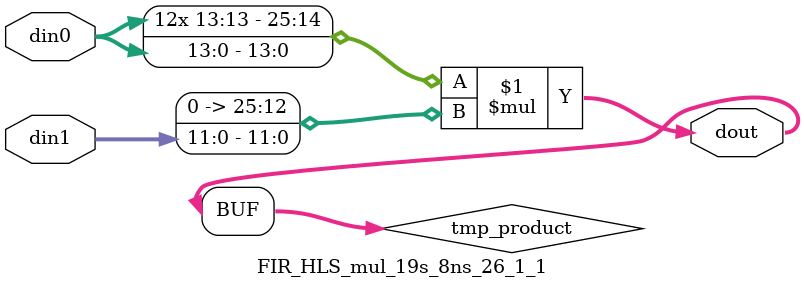
<source format=v>

`timescale 1 ns / 1 ps

 module FIR_HLS_mul_19s_8ns_26_1_1(din0, din1, dout);
parameter ID = 1;
parameter NUM_STAGE = 0;
parameter din0_WIDTH = 14;
parameter din1_WIDTH = 12;
parameter dout_WIDTH = 26;

input [din0_WIDTH - 1 : 0] din0; 
input [din1_WIDTH - 1 : 0] din1; 
output [dout_WIDTH - 1 : 0] dout;

wire signed [dout_WIDTH - 1 : 0] tmp_product;


























assign tmp_product = $signed(din0) * $signed({1'b0, din1});









assign dout = tmp_product;





















endmodule

</source>
